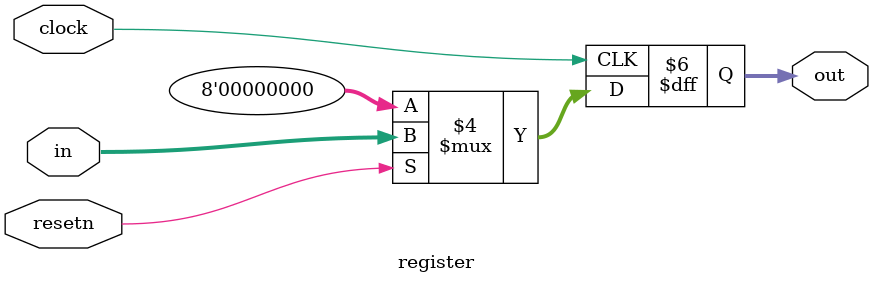
<source format=v>
`timescale 1ns / 1ps
`default_nettype none

module top(SW, LEDR);
	input [9:0]SW;
	output [9:0]LEDR;

	register u0(SW[7:0], SW[9], SW[8], LEDR[7:0]);

endmodule

module register(in, clock, resetn, out);
	input [7:0]in;
	input clock, resetn;
	output reg [7:0]out;
	
	always@(posedge clock) 
	begin
		if(resetn == 1'b0)
			out <= 8'b00000000;
		else
			out <= in;
	end
	
endmodule

</source>
